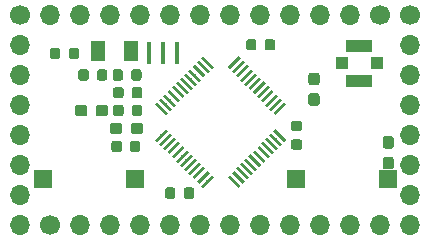
<source format=gts>
G04 #@! TF.GenerationSoftware,KiCad,Pcbnew,6.0.0-rc1-unknown-a6325aa~66~ubuntu18.04.1*
G04 #@! TF.CreationDate,2018-09-11T11:38:00+02:00*
G04 #@! TF.ProjectId,STM32_Sensor,53544D33325F53656E736F722E6B6963,rev?*
G04 #@! TF.SameCoordinates,Original*
G04 #@! TF.FileFunction,Soldermask,Top*
G04 #@! TF.FilePolarity,Negative*
%FSLAX46Y46*%
G04 Gerber Fmt 4.6, Leading zero omitted, Abs format (unit mm)*
G04 Created by KiCad (PCBNEW 6.0.0-rc1-unknown-a6325aa~66~ubuntu18.04.1) date Tue Sep 11 11:38:00 2018*
%MOMM*%
%LPD*%
G01*
G04 APERTURE LIST*
%ADD10R,1.500000X1.500000*%
%ADD11C,0.100000*%
%ADD12C,0.950000*%
%ADD13C,1.700000*%
%ADD14O,1.700000X1.700000*%
%ADD15R,0.400000X1.900000*%
%ADD16C,0.875000*%
%ADD17C,0.250000*%
%ADD18R,1.300000X1.800000*%
%ADD19R,2.200000X1.050000*%
%ADD20R,1.000000X1.000000*%
G04 APERTURE END LIST*
D10*
G04 #@! TO.C,SW2*
X159300000Y-105600000D03*
X151500000Y-105600000D03*
G04 #@! TD*
D11*
G04 #@! TO.C,R4*
G36*
X133625779Y-99306144D02*
X133648834Y-99309563D01*
X133671443Y-99315227D01*
X133693387Y-99323079D01*
X133714457Y-99333044D01*
X133734448Y-99345026D01*
X133753168Y-99358910D01*
X133770438Y-99374562D01*
X133786090Y-99391832D01*
X133799974Y-99410552D01*
X133811956Y-99430543D01*
X133821921Y-99451613D01*
X133829773Y-99473557D01*
X133835437Y-99496166D01*
X133838856Y-99519221D01*
X133840000Y-99542500D01*
X133840000Y-100017500D01*
X133838856Y-100040779D01*
X133835437Y-100063834D01*
X133829773Y-100086443D01*
X133821921Y-100108387D01*
X133811956Y-100129457D01*
X133799974Y-100149448D01*
X133786090Y-100168168D01*
X133770438Y-100185438D01*
X133753168Y-100201090D01*
X133734448Y-100214974D01*
X133714457Y-100226956D01*
X133693387Y-100236921D01*
X133671443Y-100244773D01*
X133648834Y-100250437D01*
X133625779Y-100253856D01*
X133602500Y-100255000D01*
X133027500Y-100255000D01*
X133004221Y-100253856D01*
X132981166Y-100250437D01*
X132958557Y-100244773D01*
X132936613Y-100236921D01*
X132915543Y-100226956D01*
X132895552Y-100214974D01*
X132876832Y-100201090D01*
X132859562Y-100185438D01*
X132843910Y-100168168D01*
X132830026Y-100149448D01*
X132818044Y-100129457D01*
X132808079Y-100108387D01*
X132800227Y-100086443D01*
X132794563Y-100063834D01*
X132791144Y-100040779D01*
X132790000Y-100017500D01*
X132790000Y-99542500D01*
X132791144Y-99519221D01*
X132794563Y-99496166D01*
X132800227Y-99473557D01*
X132808079Y-99451613D01*
X132818044Y-99430543D01*
X132830026Y-99410552D01*
X132843910Y-99391832D01*
X132859562Y-99374562D01*
X132876832Y-99358910D01*
X132895552Y-99345026D01*
X132915543Y-99333044D01*
X132936613Y-99323079D01*
X132958557Y-99315227D01*
X132981166Y-99309563D01*
X133004221Y-99306144D01*
X133027500Y-99305000D01*
X133602500Y-99305000D01*
X133625779Y-99306144D01*
X133625779Y-99306144D01*
G37*
D12*
X133315000Y-99780000D03*
D11*
G36*
X135375779Y-99306144D02*
X135398834Y-99309563D01*
X135421443Y-99315227D01*
X135443387Y-99323079D01*
X135464457Y-99333044D01*
X135484448Y-99345026D01*
X135503168Y-99358910D01*
X135520438Y-99374562D01*
X135536090Y-99391832D01*
X135549974Y-99410552D01*
X135561956Y-99430543D01*
X135571921Y-99451613D01*
X135579773Y-99473557D01*
X135585437Y-99496166D01*
X135588856Y-99519221D01*
X135590000Y-99542500D01*
X135590000Y-100017500D01*
X135588856Y-100040779D01*
X135585437Y-100063834D01*
X135579773Y-100086443D01*
X135571921Y-100108387D01*
X135561956Y-100129457D01*
X135549974Y-100149448D01*
X135536090Y-100168168D01*
X135520438Y-100185438D01*
X135503168Y-100201090D01*
X135484448Y-100214974D01*
X135464457Y-100226956D01*
X135443387Y-100236921D01*
X135421443Y-100244773D01*
X135398834Y-100250437D01*
X135375779Y-100253856D01*
X135352500Y-100255000D01*
X134777500Y-100255000D01*
X134754221Y-100253856D01*
X134731166Y-100250437D01*
X134708557Y-100244773D01*
X134686613Y-100236921D01*
X134665543Y-100226956D01*
X134645552Y-100214974D01*
X134626832Y-100201090D01*
X134609562Y-100185438D01*
X134593910Y-100168168D01*
X134580026Y-100149448D01*
X134568044Y-100129457D01*
X134558079Y-100108387D01*
X134550227Y-100086443D01*
X134544563Y-100063834D01*
X134541144Y-100040779D01*
X134540000Y-100017500D01*
X134540000Y-99542500D01*
X134541144Y-99519221D01*
X134544563Y-99496166D01*
X134550227Y-99473557D01*
X134558079Y-99451613D01*
X134568044Y-99430543D01*
X134580026Y-99410552D01*
X134593910Y-99391832D01*
X134609562Y-99374562D01*
X134626832Y-99358910D01*
X134645552Y-99345026D01*
X134665543Y-99333044D01*
X134686613Y-99323079D01*
X134708557Y-99315227D01*
X134731166Y-99309563D01*
X134754221Y-99306144D01*
X134777500Y-99305000D01*
X135352500Y-99305000D01*
X135375779Y-99306144D01*
X135375779Y-99306144D01*
G37*
D12*
X135065000Y-99780000D03*
G04 #@! TD*
D11*
G04 #@! TO.C,R1*
G36*
X136585779Y-100796144D02*
X136608834Y-100799563D01*
X136631443Y-100805227D01*
X136653387Y-100813079D01*
X136674457Y-100823044D01*
X136694448Y-100835026D01*
X136713168Y-100848910D01*
X136730438Y-100864562D01*
X136746090Y-100881832D01*
X136759974Y-100900552D01*
X136771956Y-100920543D01*
X136781921Y-100941613D01*
X136789773Y-100963557D01*
X136795437Y-100986166D01*
X136798856Y-101009221D01*
X136800000Y-101032500D01*
X136800000Y-101507500D01*
X136798856Y-101530779D01*
X136795437Y-101553834D01*
X136789773Y-101576443D01*
X136781921Y-101598387D01*
X136771956Y-101619457D01*
X136759974Y-101639448D01*
X136746090Y-101658168D01*
X136730438Y-101675438D01*
X136713168Y-101691090D01*
X136694448Y-101704974D01*
X136674457Y-101716956D01*
X136653387Y-101726921D01*
X136631443Y-101734773D01*
X136608834Y-101740437D01*
X136585779Y-101743856D01*
X136562500Y-101745000D01*
X135987500Y-101745000D01*
X135964221Y-101743856D01*
X135941166Y-101740437D01*
X135918557Y-101734773D01*
X135896613Y-101726921D01*
X135875543Y-101716956D01*
X135855552Y-101704974D01*
X135836832Y-101691090D01*
X135819562Y-101675438D01*
X135803910Y-101658168D01*
X135790026Y-101639448D01*
X135778044Y-101619457D01*
X135768079Y-101598387D01*
X135760227Y-101576443D01*
X135754563Y-101553834D01*
X135751144Y-101530779D01*
X135750000Y-101507500D01*
X135750000Y-101032500D01*
X135751144Y-101009221D01*
X135754563Y-100986166D01*
X135760227Y-100963557D01*
X135768079Y-100941613D01*
X135778044Y-100920543D01*
X135790026Y-100900552D01*
X135803910Y-100881832D01*
X135819562Y-100864562D01*
X135836832Y-100848910D01*
X135855552Y-100835026D01*
X135875543Y-100823044D01*
X135896613Y-100813079D01*
X135918557Y-100805227D01*
X135941166Y-100799563D01*
X135964221Y-100796144D01*
X135987500Y-100795000D01*
X136562500Y-100795000D01*
X136585779Y-100796144D01*
X136585779Y-100796144D01*
G37*
D12*
X136275000Y-101270000D03*
D11*
G36*
X138335779Y-100796144D02*
X138358834Y-100799563D01*
X138381443Y-100805227D01*
X138403387Y-100813079D01*
X138424457Y-100823044D01*
X138444448Y-100835026D01*
X138463168Y-100848910D01*
X138480438Y-100864562D01*
X138496090Y-100881832D01*
X138509974Y-100900552D01*
X138521956Y-100920543D01*
X138531921Y-100941613D01*
X138539773Y-100963557D01*
X138545437Y-100986166D01*
X138548856Y-101009221D01*
X138550000Y-101032500D01*
X138550000Y-101507500D01*
X138548856Y-101530779D01*
X138545437Y-101553834D01*
X138539773Y-101576443D01*
X138531921Y-101598387D01*
X138521956Y-101619457D01*
X138509974Y-101639448D01*
X138496090Y-101658168D01*
X138480438Y-101675438D01*
X138463168Y-101691090D01*
X138444448Y-101704974D01*
X138424457Y-101716956D01*
X138403387Y-101726921D01*
X138381443Y-101734773D01*
X138358834Y-101740437D01*
X138335779Y-101743856D01*
X138312500Y-101745000D01*
X137737500Y-101745000D01*
X137714221Y-101743856D01*
X137691166Y-101740437D01*
X137668557Y-101734773D01*
X137646613Y-101726921D01*
X137625543Y-101716956D01*
X137605552Y-101704974D01*
X137586832Y-101691090D01*
X137569562Y-101675438D01*
X137553910Y-101658168D01*
X137540026Y-101639448D01*
X137528044Y-101619457D01*
X137518079Y-101598387D01*
X137510227Y-101576443D01*
X137504563Y-101553834D01*
X137501144Y-101530779D01*
X137500000Y-101507500D01*
X137500000Y-101032500D01*
X137501144Y-101009221D01*
X137504563Y-100986166D01*
X137510227Y-100963557D01*
X137518079Y-100941613D01*
X137528044Y-100920543D01*
X137540026Y-100900552D01*
X137553910Y-100881832D01*
X137569562Y-100864562D01*
X137586832Y-100848910D01*
X137605552Y-100835026D01*
X137625543Y-100823044D01*
X137646613Y-100813079D01*
X137668557Y-100805227D01*
X137691166Y-100799563D01*
X137714221Y-100796144D01*
X137737500Y-100795000D01*
X138312500Y-100795000D01*
X138335779Y-100796144D01*
X138335779Y-100796144D01*
G37*
D12*
X138025000Y-101270000D03*
G04 #@! TD*
D13*
G04 #@! TO.C,J3*
X158640000Y-91690000D03*
D14*
X156100000Y-91690000D03*
X153560000Y-91690000D03*
X151020000Y-91690000D03*
X148480000Y-91690000D03*
X145940000Y-91690000D03*
X143400000Y-91690000D03*
X140860000Y-91690000D03*
X138320000Y-91690000D03*
X135780000Y-91690000D03*
X133240000Y-91690000D03*
X130700000Y-91690000D03*
G04 #@! TD*
D11*
G04 #@! TO.C,R2*
G36*
X159570779Y-103681144D02*
X159593834Y-103684563D01*
X159616443Y-103690227D01*
X159638387Y-103698079D01*
X159659457Y-103708044D01*
X159679448Y-103720026D01*
X159698168Y-103733910D01*
X159715438Y-103749562D01*
X159731090Y-103766832D01*
X159744974Y-103785552D01*
X159756956Y-103805543D01*
X159766921Y-103826613D01*
X159774773Y-103848557D01*
X159780437Y-103871166D01*
X159783856Y-103894221D01*
X159785000Y-103917500D01*
X159785000Y-104492500D01*
X159783856Y-104515779D01*
X159780437Y-104538834D01*
X159774773Y-104561443D01*
X159766921Y-104583387D01*
X159756956Y-104604457D01*
X159744974Y-104624448D01*
X159731090Y-104643168D01*
X159715438Y-104660438D01*
X159698168Y-104676090D01*
X159679448Y-104689974D01*
X159659457Y-104701956D01*
X159638387Y-104711921D01*
X159616443Y-104719773D01*
X159593834Y-104725437D01*
X159570779Y-104728856D01*
X159547500Y-104730000D01*
X159072500Y-104730000D01*
X159049221Y-104728856D01*
X159026166Y-104725437D01*
X159003557Y-104719773D01*
X158981613Y-104711921D01*
X158960543Y-104701956D01*
X158940552Y-104689974D01*
X158921832Y-104676090D01*
X158904562Y-104660438D01*
X158888910Y-104643168D01*
X158875026Y-104624448D01*
X158863044Y-104604457D01*
X158853079Y-104583387D01*
X158845227Y-104561443D01*
X158839563Y-104538834D01*
X158836144Y-104515779D01*
X158835000Y-104492500D01*
X158835000Y-103917500D01*
X158836144Y-103894221D01*
X158839563Y-103871166D01*
X158845227Y-103848557D01*
X158853079Y-103826613D01*
X158863044Y-103805543D01*
X158875026Y-103785552D01*
X158888910Y-103766832D01*
X158904562Y-103749562D01*
X158921832Y-103733910D01*
X158940552Y-103720026D01*
X158960543Y-103708044D01*
X158981613Y-103698079D01*
X159003557Y-103690227D01*
X159026166Y-103684563D01*
X159049221Y-103681144D01*
X159072500Y-103680000D01*
X159547500Y-103680000D01*
X159570779Y-103681144D01*
X159570779Y-103681144D01*
G37*
D12*
X159310000Y-104205000D03*
D11*
G36*
X159570779Y-101931144D02*
X159593834Y-101934563D01*
X159616443Y-101940227D01*
X159638387Y-101948079D01*
X159659457Y-101958044D01*
X159679448Y-101970026D01*
X159698168Y-101983910D01*
X159715438Y-101999562D01*
X159731090Y-102016832D01*
X159744974Y-102035552D01*
X159756956Y-102055543D01*
X159766921Y-102076613D01*
X159774773Y-102098557D01*
X159780437Y-102121166D01*
X159783856Y-102144221D01*
X159785000Y-102167500D01*
X159785000Y-102742500D01*
X159783856Y-102765779D01*
X159780437Y-102788834D01*
X159774773Y-102811443D01*
X159766921Y-102833387D01*
X159756956Y-102854457D01*
X159744974Y-102874448D01*
X159731090Y-102893168D01*
X159715438Y-102910438D01*
X159698168Y-102926090D01*
X159679448Y-102939974D01*
X159659457Y-102951956D01*
X159638387Y-102961921D01*
X159616443Y-102969773D01*
X159593834Y-102975437D01*
X159570779Y-102978856D01*
X159547500Y-102980000D01*
X159072500Y-102980000D01*
X159049221Y-102978856D01*
X159026166Y-102975437D01*
X159003557Y-102969773D01*
X158981613Y-102961921D01*
X158960543Y-102951956D01*
X158940552Y-102939974D01*
X158921832Y-102926090D01*
X158904562Y-102910438D01*
X158888910Y-102893168D01*
X158875026Y-102874448D01*
X158863044Y-102854457D01*
X158853079Y-102833387D01*
X158845227Y-102811443D01*
X158839563Y-102788834D01*
X158836144Y-102765779D01*
X158835000Y-102742500D01*
X158835000Y-102167500D01*
X158836144Y-102144221D01*
X158839563Y-102121166D01*
X158845227Y-102098557D01*
X158853079Y-102076613D01*
X158863044Y-102055543D01*
X158875026Y-102035552D01*
X158888910Y-102016832D01*
X158904562Y-101999562D01*
X158921832Y-101983910D01*
X158940552Y-101970026D01*
X158960543Y-101958044D01*
X158981613Y-101948079D01*
X159003557Y-101940227D01*
X159026166Y-101934563D01*
X159049221Y-101931144D01*
X159072500Y-101930000D01*
X159547500Y-101930000D01*
X159570779Y-101931144D01*
X159570779Y-101931144D01*
G37*
D12*
X159310000Y-102455000D03*
G04 #@! TD*
D15*
G04 #@! TO.C,Y2*
X141430000Y-94860000D03*
X140230000Y-94860000D03*
X139030000Y-94860000D03*
G04 #@! TD*
D14*
G04 #@! TO.C,J1*
X128160000Y-109470000D03*
X128160000Y-106930000D03*
X128160000Y-104390000D03*
X128160000Y-101850000D03*
X128160000Y-99310000D03*
X128160000Y-96770000D03*
X128160000Y-94230000D03*
D13*
X128160000Y-91690000D03*
G04 #@! TD*
D14*
G04 #@! TO.C,J4*
X161180000Y-109470000D03*
X161180000Y-106930000D03*
X161180000Y-104390000D03*
X161180000Y-101850000D03*
X161180000Y-99310000D03*
X161180000Y-96770000D03*
X161180000Y-94230000D03*
D13*
X161180000Y-91690000D03*
G04 #@! TD*
G04 #@! TO.C,J2*
X130700000Y-109470000D03*
D14*
X133240000Y-109470000D03*
X135780000Y-109470000D03*
X138320000Y-109470000D03*
X140860000Y-109470000D03*
X143400000Y-109470000D03*
X145940000Y-109470000D03*
X148480000Y-109470000D03*
X151020000Y-109470000D03*
X153560000Y-109470000D03*
X156100000Y-109470000D03*
X158640000Y-109470000D03*
G04 #@! TD*
D10*
G04 #@! TO.C,SW1*
X137840000Y-105600000D03*
X130040000Y-105600000D03*
G04 #@! TD*
D11*
G04 #@! TO.C,C1*
G36*
X136552691Y-102326053D02*
X136573926Y-102329203D01*
X136594750Y-102334419D01*
X136614962Y-102341651D01*
X136634368Y-102350830D01*
X136652781Y-102361866D01*
X136670024Y-102374654D01*
X136685930Y-102389070D01*
X136700346Y-102404976D01*
X136713134Y-102422219D01*
X136724170Y-102440632D01*
X136733349Y-102460038D01*
X136740581Y-102480250D01*
X136745797Y-102501074D01*
X136748947Y-102522309D01*
X136750000Y-102543750D01*
X136750000Y-103056250D01*
X136748947Y-103077691D01*
X136745797Y-103098926D01*
X136740581Y-103119750D01*
X136733349Y-103139962D01*
X136724170Y-103159368D01*
X136713134Y-103177781D01*
X136700346Y-103195024D01*
X136685930Y-103210930D01*
X136670024Y-103225346D01*
X136652781Y-103238134D01*
X136634368Y-103249170D01*
X136614962Y-103258349D01*
X136594750Y-103265581D01*
X136573926Y-103270797D01*
X136552691Y-103273947D01*
X136531250Y-103275000D01*
X136093750Y-103275000D01*
X136072309Y-103273947D01*
X136051074Y-103270797D01*
X136030250Y-103265581D01*
X136010038Y-103258349D01*
X135990632Y-103249170D01*
X135972219Y-103238134D01*
X135954976Y-103225346D01*
X135939070Y-103210930D01*
X135924654Y-103195024D01*
X135911866Y-103177781D01*
X135900830Y-103159368D01*
X135891651Y-103139962D01*
X135884419Y-103119750D01*
X135879203Y-103098926D01*
X135876053Y-103077691D01*
X135875000Y-103056250D01*
X135875000Y-102543750D01*
X135876053Y-102522309D01*
X135879203Y-102501074D01*
X135884419Y-102480250D01*
X135891651Y-102460038D01*
X135900830Y-102440632D01*
X135911866Y-102422219D01*
X135924654Y-102404976D01*
X135939070Y-102389070D01*
X135954976Y-102374654D01*
X135972219Y-102361866D01*
X135990632Y-102350830D01*
X136010038Y-102341651D01*
X136030250Y-102334419D01*
X136051074Y-102329203D01*
X136072309Y-102326053D01*
X136093750Y-102325000D01*
X136531250Y-102325000D01*
X136552691Y-102326053D01*
X136552691Y-102326053D01*
G37*
D16*
X136312500Y-102800000D03*
D11*
G36*
X138127691Y-102326053D02*
X138148926Y-102329203D01*
X138169750Y-102334419D01*
X138189962Y-102341651D01*
X138209368Y-102350830D01*
X138227781Y-102361866D01*
X138245024Y-102374654D01*
X138260930Y-102389070D01*
X138275346Y-102404976D01*
X138288134Y-102422219D01*
X138299170Y-102440632D01*
X138308349Y-102460038D01*
X138315581Y-102480250D01*
X138320797Y-102501074D01*
X138323947Y-102522309D01*
X138325000Y-102543750D01*
X138325000Y-103056250D01*
X138323947Y-103077691D01*
X138320797Y-103098926D01*
X138315581Y-103119750D01*
X138308349Y-103139962D01*
X138299170Y-103159368D01*
X138288134Y-103177781D01*
X138275346Y-103195024D01*
X138260930Y-103210930D01*
X138245024Y-103225346D01*
X138227781Y-103238134D01*
X138209368Y-103249170D01*
X138189962Y-103258349D01*
X138169750Y-103265581D01*
X138148926Y-103270797D01*
X138127691Y-103273947D01*
X138106250Y-103275000D01*
X137668750Y-103275000D01*
X137647309Y-103273947D01*
X137626074Y-103270797D01*
X137605250Y-103265581D01*
X137585038Y-103258349D01*
X137565632Y-103249170D01*
X137547219Y-103238134D01*
X137529976Y-103225346D01*
X137514070Y-103210930D01*
X137499654Y-103195024D01*
X137486866Y-103177781D01*
X137475830Y-103159368D01*
X137466651Y-103139962D01*
X137459419Y-103119750D01*
X137454203Y-103098926D01*
X137451053Y-103077691D01*
X137450000Y-103056250D01*
X137450000Y-102543750D01*
X137451053Y-102522309D01*
X137454203Y-102501074D01*
X137459419Y-102480250D01*
X137466651Y-102460038D01*
X137475830Y-102440632D01*
X137486866Y-102422219D01*
X137499654Y-102404976D01*
X137514070Y-102389070D01*
X137529976Y-102374654D01*
X137547219Y-102361866D01*
X137565632Y-102350830D01*
X137585038Y-102341651D01*
X137605250Y-102334419D01*
X137626074Y-102329203D01*
X137647309Y-102326053D01*
X137668750Y-102325000D01*
X138106250Y-102325000D01*
X138127691Y-102326053D01*
X138127691Y-102326053D01*
G37*
D16*
X137887500Y-102800000D03*
G04 #@! TD*
D11*
G04 #@! TO.C,C2*
G36*
X151827691Y-100626053D02*
X151848926Y-100629203D01*
X151869750Y-100634419D01*
X151889962Y-100641651D01*
X151909368Y-100650830D01*
X151927781Y-100661866D01*
X151945024Y-100674654D01*
X151960930Y-100689070D01*
X151975346Y-100704976D01*
X151988134Y-100722219D01*
X151999170Y-100740632D01*
X152008349Y-100760038D01*
X152015581Y-100780250D01*
X152020797Y-100801074D01*
X152023947Y-100822309D01*
X152025000Y-100843750D01*
X152025000Y-101281250D01*
X152023947Y-101302691D01*
X152020797Y-101323926D01*
X152015581Y-101344750D01*
X152008349Y-101364962D01*
X151999170Y-101384368D01*
X151988134Y-101402781D01*
X151975346Y-101420024D01*
X151960930Y-101435930D01*
X151945024Y-101450346D01*
X151927781Y-101463134D01*
X151909368Y-101474170D01*
X151889962Y-101483349D01*
X151869750Y-101490581D01*
X151848926Y-101495797D01*
X151827691Y-101498947D01*
X151806250Y-101500000D01*
X151293750Y-101500000D01*
X151272309Y-101498947D01*
X151251074Y-101495797D01*
X151230250Y-101490581D01*
X151210038Y-101483349D01*
X151190632Y-101474170D01*
X151172219Y-101463134D01*
X151154976Y-101450346D01*
X151139070Y-101435930D01*
X151124654Y-101420024D01*
X151111866Y-101402781D01*
X151100830Y-101384368D01*
X151091651Y-101364962D01*
X151084419Y-101344750D01*
X151079203Y-101323926D01*
X151076053Y-101302691D01*
X151075000Y-101281250D01*
X151075000Y-100843750D01*
X151076053Y-100822309D01*
X151079203Y-100801074D01*
X151084419Y-100780250D01*
X151091651Y-100760038D01*
X151100830Y-100740632D01*
X151111866Y-100722219D01*
X151124654Y-100704976D01*
X151139070Y-100689070D01*
X151154976Y-100674654D01*
X151172219Y-100661866D01*
X151190632Y-100650830D01*
X151210038Y-100641651D01*
X151230250Y-100634419D01*
X151251074Y-100629203D01*
X151272309Y-100626053D01*
X151293750Y-100625000D01*
X151806250Y-100625000D01*
X151827691Y-100626053D01*
X151827691Y-100626053D01*
G37*
D16*
X151550000Y-101062500D03*
D11*
G36*
X151827691Y-102201053D02*
X151848926Y-102204203D01*
X151869750Y-102209419D01*
X151889962Y-102216651D01*
X151909368Y-102225830D01*
X151927781Y-102236866D01*
X151945024Y-102249654D01*
X151960930Y-102264070D01*
X151975346Y-102279976D01*
X151988134Y-102297219D01*
X151999170Y-102315632D01*
X152008349Y-102335038D01*
X152015581Y-102355250D01*
X152020797Y-102376074D01*
X152023947Y-102397309D01*
X152025000Y-102418750D01*
X152025000Y-102856250D01*
X152023947Y-102877691D01*
X152020797Y-102898926D01*
X152015581Y-102919750D01*
X152008349Y-102939962D01*
X151999170Y-102959368D01*
X151988134Y-102977781D01*
X151975346Y-102995024D01*
X151960930Y-103010930D01*
X151945024Y-103025346D01*
X151927781Y-103038134D01*
X151909368Y-103049170D01*
X151889962Y-103058349D01*
X151869750Y-103065581D01*
X151848926Y-103070797D01*
X151827691Y-103073947D01*
X151806250Y-103075000D01*
X151293750Y-103075000D01*
X151272309Y-103073947D01*
X151251074Y-103070797D01*
X151230250Y-103065581D01*
X151210038Y-103058349D01*
X151190632Y-103049170D01*
X151172219Y-103038134D01*
X151154976Y-103025346D01*
X151139070Y-103010930D01*
X151124654Y-102995024D01*
X151111866Y-102977781D01*
X151100830Y-102959368D01*
X151091651Y-102939962D01*
X151084419Y-102919750D01*
X151079203Y-102898926D01*
X151076053Y-102877691D01*
X151075000Y-102856250D01*
X151075000Y-102418750D01*
X151076053Y-102397309D01*
X151079203Y-102376074D01*
X151084419Y-102355250D01*
X151091651Y-102335038D01*
X151100830Y-102315632D01*
X151111866Y-102297219D01*
X151124654Y-102279976D01*
X151139070Y-102264070D01*
X151154976Y-102249654D01*
X151172219Y-102236866D01*
X151190632Y-102225830D01*
X151210038Y-102216651D01*
X151230250Y-102209419D01*
X151251074Y-102204203D01*
X151272309Y-102201053D01*
X151293750Y-102200000D01*
X151806250Y-102200000D01*
X151827691Y-102201053D01*
X151827691Y-102201053D01*
G37*
D16*
X151550000Y-102637500D03*
G04 #@! TD*
D11*
G04 #@! TO.C,C3*
G36*
X147952691Y-93726053D02*
X147973926Y-93729203D01*
X147994750Y-93734419D01*
X148014962Y-93741651D01*
X148034368Y-93750830D01*
X148052781Y-93761866D01*
X148070024Y-93774654D01*
X148085930Y-93789070D01*
X148100346Y-93804976D01*
X148113134Y-93822219D01*
X148124170Y-93840632D01*
X148133349Y-93860038D01*
X148140581Y-93880250D01*
X148145797Y-93901074D01*
X148148947Y-93922309D01*
X148150000Y-93943750D01*
X148150000Y-94456250D01*
X148148947Y-94477691D01*
X148145797Y-94498926D01*
X148140581Y-94519750D01*
X148133349Y-94539962D01*
X148124170Y-94559368D01*
X148113134Y-94577781D01*
X148100346Y-94595024D01*
X148085930Y-94610930D01*
X148070024Y-94625346D01*
X148052781Y-94638134D01*
X148034368Y-94649170D01*
X148014962Y-94658349D01*
X147994750Y-94665581D01*
X147973926Y-94670797D01*
X147952691Y-94673947D01*
X147931250Y-94675000D01*
X147493750Y-94675000D01*
X147472309Y-94673947D01*
X147451074Y-94670797D01*
X147430250Y-94665581D01*
X147410038Y-94658349D01*
X147390632Y-94649170D01*
X147372219Y-94638134D01*
X147354976Y-94625346D01*
X147339070Y-94610930D01*
X147324654Y-94595024D01*
X147311866Y-94577781D01*
X147300830Y-94559368D01*
X147291651Y-94539962D01*
X147284419Y-94519750D01*
X147279203Y-94498926D01*
X147276053Y-94477691D01*
X147275000Y-94456250D01*
X147275000Y-93943750D01*
X147276053Y-93922309D01*
X147279203Y-93901074D01*
X147284419Y-93880250D01*
X147291651Y-93860038D01*
X147300830Y-93840632D01*
X147311866Y-93822219D01*
X147324654Y-93804976D01*
X147339070Y-93789070D01*
X147354976Y-93774654D01*
X147372219Y-93761866D01*
X147390632Y-93750830D01*
X147410038Y-93741651D01*
X147430250Y-93734419D01*
X147451074Y-93729203D01*
X147472309Y-93726053D01*
X147493750Y-93725000D01*
X147931250Y-93725000D01*
X147952691Y-93726053D01*
X147952691Y-93726053D01*
G37*
D16*
X147712500Y-94200000D03*
D11*
G36*
X149527691Y-93726053D02*
X149548926Y-93729203D01*
X149569750Y-93734419D01*
X149589962Y-93741651D01*
X149609368Y-93750830D01*
X149627781Y-93761866D01*
X149645024Y-93774654D01*
X149660930Y-93789070D01*
X149675346Y-93804976D01*
X149688134Y-93822219D01*
X149699170Y-93840632D01*
X149708349Y-93860038D01*
X149715581Y-93880250D01*
X149720797Y-93901074D01*
X149723947Y-93922309D01*
X149725000Y-93943750D01*
X149725000Y-94456250D01*
X149723947Y-94477691D01*
X149720797Y-94498926D01*
X149715581Y-94519750D01*
X149708349Y-94539962D01*
X149699170Y-94559368D01*
X149688134Y-94577781D01*
X149675346Y-94595024D01*
X149660930Y-94610930D01*
X149645024Y-94625346D01*
X149627781Y-94638134D01*
X149609368Y-94649170D01*
X149589962Y-94658349D01*
X149569750Y-94665581D01*
X149548926Y-94670797D01*
X149527691Y-94673947D01*
X149506250Y-94675000D01*
X149068750Y-94675000D01*
X149047309Y-94673947D01*
X149026074Y-94670797D01*
X149005250Y-94665581D01*
X148985038Y-94658349D01*
X148965632Y-94649170D01*
X148947219Y-94638134D01*
X148929976Y-94625346D01*
X148914070Y-94610930D01*
X148899654Y-94595024D01*
X148886866Y-94577781D01*
X148875830Y-94559368D01*
X148866651Y-94539962D01*
X148859419Y-94519750D01*
X148854203Y-94498926D01*
X148851053Y-94477691D01*
X148850000Y-94456250D01*
X148850000Y-93943750D01*
X148851053Y-93922309D01*
X148854203Y-93901074D01*
X148859419Y-93880250D01*
X148866651Y-93860038D01*
X148875830Y-93840632D01*
X148886866Y-93822219D01*
X148899654Y-93804976D01*
X148914070Y-93789070D01*
X148929976Y-93774654D01*
X148947219Y-93761866D01*
X148965632Y-93750830D01*
X148985038Y-93741651D01*
X149005250Y-93734419D01*
X149026074Y-93729203D01*
X149047309Y-93726053D01*
X149068750Y-93725000D01*
X149506250Y-93725000D01*
X149527691Y-93726053D01*
X149527691Y-93726053D01*
G37*
D16*
X149287500Y-94200000D03*
G04 #@! TD*
D11*
G04 #@! TO.C,C4*
G36*
X141102691Y-106276053D02*
X141123926Y-106279203D01*
X141144750Y-106284419D01*
X141164962Y-106291651D01*
X141184368Y-106300830D01*
X141202781Y-106311866D01*
X141220024Y-106324654D01*
X141235930Y-106339070D01*
X141250346Y-106354976D01*
X141263134Y-106372219D01*
X141274170Y-106390632D01*
X141283349Y-106410038D01*
X141290581Y-106430250D01*
X141295797Y-106451074D01*
X141298947Y-106472309D01*
X141300000Y-106493750D01*
X141300000Y-107006250D01*
X141298947Y-107027691D01*
X141295797Y-107048926D01*
X141290581Y-107069750D01*
X141283349Y-107089962D01*
X141274170Y-107109368D01*
X141263134Y-107127781D01*
X141250346Y-107145024D01*
X141235930Y-107160930D01*
X141220024Y-107175346D01*
X141202781Y-107188134D01*
X141184368Y-107199170D01*
X141164962Y-107208349D01*
X141144750Y-107215581D01*
X141123926Y-107220797D01*
X141102691Y-107223947D01*
X141081250Y-107225000D01*
X140643750Y-107225000D01*
X140622309Y-107223947D01*
X140601074Y-107220797D01*
X140580250Y-107215581D01*
X140560038Y-107208349D01*
X140540632Y-107199170D01*
X140522219Y-107188134D01*
X140504976Y-107175346D01*
X140489070Y-107160930D01*
X140474654Y-107145024D01*
X140461866Y-107127781D01*
X140450830Y-107109368D01*
X140441651Y-107089962D01*
X140434419Y-107069750D01*
X140429203Y-107048926D01*
X140426053Y-107027691D01*
X140425000Y-107006250D01*
X140425000Y-106493750D01*
X140426053Y-106472309D01*
X140429203Y-106451074D01*
X140434419Y-106430250D01*
X140441651Y-106410038D01*
X140450830Y-106390632D01*
X140461866Y-106372219D01*
X140474654Y-106354976D01*
X140489070Y-106339070D01*
X140504976Y-106324654D01*
X140522219Y-106311866D01*
X140540632Y-106300830D01*
X140560038Y-106291651D01*
X140580250Y-106284419D01*
X140601074Y-106279203D01*
X140622309Y-106276053D01*
X140643750Y-106275000D01*
X141081250Y-106275000D01*
X141102691Y-106276053D01*
X141102691Y-106276053D01*
G37*
D16*
X140862500Y-106750000D03*
D11*
G36*
X142677691Y-106276053D02*
X142698926Y-106279203D01*
X142719750Y-106284419D01*
X142739962Y-106291651D01*
X142759368Y-106300830D01*
X142777781Y-106311866D01*
X142795024Y-106324654D01*
X142810930Y-106339070D01*
X142825346Y-106354976D01*
X142838134Y-106372219D01*
X142849170Y-106390632D01*
X142858349Y-106410038D01*
X142865581Y-106430250D01*
X142870797Y-106451074D01*
X142873947Y-106472309D01*
X142875000Y-106493750D01*
X142875000Y-107006250D01*
X142873947Y-107027691D01*
X142870797Y-107048926D01*
X142865581Y-107069750D01*
X142858349Y-107089962D01*
X142849170Y-107109368D01*
X142838134Y-107127781D01*
X142825346Y-107145024D01*
X142810930Y-107160930D01*
X142795024Y-107175346D01*
X142777781Y-107188134D01*
X142759368Y-107199170D01*
X142739962Y-107208349D01*
X142719750Y-107215581D01*
X142698926Y-107220797D01*
X142677691Y-107223947D01*
X142656250Y-107225000D01*
X142218750Y-107225000D01*
X142197309Y-107223947D01*
X142176074Y-107220797D01*
X142155250Y-107215581D01*
X142135038Y-107208349D01*
X142115632Y-107199170D01*
X142097219Y-107188134D01*
X142079976Y-107175346D01*
X142064070Y-107160930D01*
X142049654Y-107145024D01*
X142036866Y-107127781D01*
X142025830Y-107109368D01*
X142016651Y-107089962D01*
X142009419Y-107069750D01*
X142004203Y-107048926D01*
X142001053Y-107027691D01*
X142000000Y-107006250D01*
X142000000Y-106493750D01*
X142001053Y-106472309D01*
X142004203Y-106451074D01*
X142009419Y-106430250D01*
X142016651Y-106410038D01*
X142025830Y-106390632D01*
X142036866Y-106372219D01*
X142049654Y-106354976D01*
X142064070Y-106339070D01*
X142079976Y-106324654D01*
X142097219Y-106311866D01*
X142115632Y-106300830D01*
X142135038Y-106291651D01*
X142155250Y-106284419D01*
X142176074Y-106279203D01*
X142197309Y-106276053D01*
X142218750Y-106275000D01*
X142656250Y-106275000D01*
X142677691Y-106276053D01*
X142677691Y-106276053D01*
G37*
D16*
X142437500Y-106750000D03*
G04 #@! TD*
D11*
G04 #@! TO.C,C5*
G36*
X138277691Y-99276053D02*
X138298926Y-99279203D01*
X138319750Y-99284419D01*
X138339962Y-99291651D01*
X138359368Y-99300830D01*
X138377781Y-99311866D01*
X138395024Y-99324654D01*
X138410930Y-99339070D01*
X138425346Y-99354976D01*
X138438134Y-99372219D01*
X138449170Y-99390632D01*
X138458349Y-99410038D01*
X138465581Y-99430250D01*
X138470797Y-99451074D01*
X138473947Y-99472309D01*
X138475000Y-99493750D01*
X138475000Y-100006250D01*
X138473947Y-100027691D01*
X138470797Y-100048926D01*
X138465581Y-100069750D01*
X138458349Y-100089962D01*
X138449170Y-100109368D01*
X138438134Y-100127781D01*
X138425346Y-100145024D01*
X138410930Y-100160930D01*
X138395024Y-100175346D01*
X138377781Y-100188134D01*
X138359368Y-100199170D01*
X138339962Y-100208349D01*
X138319750Y-100215581D01*
X138298926Y-100220797D01*
X138277691Y-100223947D01*
X138256250Y-100225000D01*
X137818750Y-100225000D01*
X137797309Y-100223947D01*
X137776074Y-100220797D01*
X137755250Y-100215581D01*
X137735038Y-100208349D01*
X137715632Y-100199170D01*
X137697219Y-100188134D01*
X137679976Y-100175346D01*
X137664070Y-100160930D01*
X137649654Y-100145024D01*
X137636866Y-100127781D01*
X137625830Y-100109368D01*
X137616651Y-100089962D01*
X137609419Y-100069750D01*
X137604203Y-100048926D01*
X137601053Y-100027691D01*
X137600000Y-100006250D01*
X137600000Y-99493750D01*
X137601053Y-99472309D01*
X137604203Y-99451074D01*
X137609419Y-99430250D01*
X137616651Y-99410038D01*
X137625830Y-99390632D01*
X137636866Y-99372219D01*
X137649654Y-99354976D01*
X137664070Y-99339070D01*
X137679976Y-99324654D01*
X137697219Y-99311866D01*
X137715632Y-99300830D01*
X137735038Y-99291651D01*
X137755250Y-99284419D01*
X137776074Y-99279203D01*
X137797309Y-99276053D01*
X137818750Y-99275000D01*
X138256250Y-99275000D01*
X138277691Y-99276053D01*
X138277691Y-99276053D01*
G37*
D16*
X138037500Y-99750000D03*
D11*
G36*
X136702691Y-99276053D02*
X136723926Y-99279203D01*
X136744750Y-99284419D01*
X136764962Y-99291651D01*
X136784368Y-99300830D01*
X136802781Y-99311866D01*
X136820024Y-99324654D01*
X136835930Y-99339070D01*
X136850346Y-99354976D01*
X136863134Y-99372219D01*
X136874170Y-99390632D01*
X136883349Y-99410038D01*
X136890581Y-99430250D01*
X136895797Y-99451074D01*
X136898947Y-99472309D01*
X136900000Y-99493750D01*
X136900000Y-100006250D01*
X136898947Y-100027691D01*
X136895797Y-100048926D01*
X136890581Y-100069750D01*
X136883349Y-100089962D01*
X136874170Y-100109368D01*
X136863134Y-100127781D01*
X136850346Y-100145024D01*
X136835930Y-100160930D01*
X136820024Y-100175346D01*
X136802781Y-100188134D01*
X136784368Y-100199170D01*
X136764962Y-100208349D01*
X136744750Y-100215581D01*
X136723926Y-100220797D01*
X136702691Y-100223947D01*
X136681250Y-100225000D01*
X136243750Y-100225000D01*
X136222309Y-100223947D01*
X136201074Y-100220797D01*
X136180250Y-100215581D01*
X136160038Y-100208349D01*
X136140632Y-100199170D01*
X136122219Y-100188134D01*
X136104976Y-100175346D01*
X136089070Y-100160930D01*
X136074654Y-100145024D01*
X136061866Y-100127781D01*
X136050830Y-100109368D01*
X136041651Y-100089962D01*
X136034419Y-100069750D01*
X136029203Y-100048926D01*
X136026053Y-100027691D01*
X136025000Y-100006250D01*
X136025000Y-99493750D01*
X136026053Y-99472309D01*
X136029203Y-99451074D01*
X136034419Y-99430250D01*
X136041651Y-99410038D01*
X136050830Y-99390632D01*
X136061866Y-99372219D01*
X136074654Y-99354976D01*
X136089070Y-99339070D01*
X136104976Y-99324654D01*
X136122219Y-99311866D01*
X136140632Y-99300830D01*
X136160038Y-99291651D01*
X136180250Y-99284419D01*
X136201074Y-99279203D01*
X136222309Y-99276053D01*
X136243750Y-99275000D01*
X136681250Y-99275000D01*
X136702691Y-99276053D01*
X136702691Y-99276053D01*
G37*
D16*
X136462500Y-99750000D03*
G04 #@! TD*
D11*
G04 #@! TO.C,C6*
G36*
X138277691Y-97776053D02*
X138298926Y-97779203D01*
X138319750Y-97784419D01*
X138339962Y-97791651D01*
X138359368Y-97800830D01*
X138377781Y-97811866D01*
X138395024Y-97824654D01*
X138410930Y-97839070D01*
X138425346Y-97854976D01*
X138438134Y-97872219D01*
X138449170Y-97890632D01*
X138458349Y-97910038D01*
X138465581Y-97930250D01*
X138470797Y-97951074D01*
X138473947Y-97972309D01*
X138475000Y-97993750D01*
X138475000Y-98506250D01*
X138473947Y-98527691D01*
X138470797Y-98548926D01*
X138465581Y-98569750D01*
X138458349Y-98589962D01*
X138449170Y-98609368D01*
X138438134Y-98627781D01*
X138425346Y-98645024D01*
X138410930Y-98660930D01*
X138395024Y-98675346D01*
X138377781Y-98688134D01*
X138359368Y-98699170D01*
X138339962Y-98708349D01*
X138319750Y-98715581D01*
X138298926Y-98720797D01*
X138277691Y-98723947D01*
X138256250Y-98725000D01*
X137818750Y-98725000D01*
X137797309Y-98723947D01*
X137776074Y-98720797D01*
X137755250Y-98715581D01*
X137735038Y-98708349D01*
X137715632Y-98699170D01*
X137697219Y-98688134D01*
X137679976Y-98675346D01*
X137664070Y-98660930D01*
X137649654Y-98645024D01*
X137636866Y-98627781D01*
X137625830Y-98609368D01*
X137616651Y-98589962D01*
X137609419Y-98569750D01*
X137604203Y-98548926D01*
X137601053Y-98527691D01*
X137600000Y-98506250D01*
X137600000Y-97993750D01*
X137601053Y-97972309D01*
X137604203Y-97951074D01*
X137609419Y-97930250D01*
X137616651Y-97910038D01*
X137625830Y-97890632D01*
X137636866Y-97872219D01*
X137649654Y-97854976D01*
X137664070Y-97839070D01*
X137679976Y-97824654D01*
X137697219Y-97811866D01*
X137715632Y-97800830D01*
X137735038Y-97791651D01*
X137755250Y-97784419D01*
X137776074Y-97779203D01*
X137797309Y-97776053D01*
X137818750Y-97775000D01*
X138256250Y-97775000D01*
X138277691Y-97776053D01*
X138277691Y-97776053D01*
G37*
D16*
X138037500Y-98250000D03*
D11*
G36*
X136702691Y-97776053D02*
X136723926Y-97779203D01*
X136744750Y-97784419D01*
X136764962Y-97791651D01*
X136784368Y-97800830D01*
X136802781Y-97811866D01*
X136820024Y-97824654D01*
X136835930Y-97839070D01*
X136850346Y-97854976D01*
X136863134Y-97872219D01*
X136874170Y-97890632D01*
X136883349Y-97910038D01*
X136890581Y-97930250D01*
X136895797Y-97951074D01*
X136898947Y-97972309D01*
X136900000Y-97993750D01*
X136900000Y-98506250D01*
X136898947Y-98527691D01*
X136895797Y-98548926D01*
X136890581Y-98569750D01*
X136883349Y-98589962D01*
X136874170Y-98609368D01*
X136863134Y-98627781D01*
X136850346Y-98645024D01*
X136835930Y-98660930D01*
X136820024Y-98675346D01*
X136802781Y-98688134D01*
X136784368Y-98699170D01*
X136764962Y-98708349D01*
X136744750Y-98715581D01*
X136723926Y-98720797D01*
X136702691Y-98723947D01*
X136681250Y-98725000D01*
X136243750Y-98725000D01*
X136222309Y-98723947D01*
X136201074Y-98720797D01*
X136180250Y-98715581D01*
X136160038Y-98708349D01*
X136140632Y-98699170D01*
X136122219Y-98688134D01*
X136104976Y-98675346D01*
X136089070Y-98660930D01*
X136074654Y-98645024D01*
X136061866Y-98627781D01*
X136050830Y-98609368D01*
X136041651Y-98589962D01*
X136034419Y-98569750D01*
X136029203Y-98548926D01*
X136026053Y-98527691D01*
X136025000Y-98506250D01*
X136025000Y-97993750D01*
X136026053Y-97972309D01*
X136029203Y-97951074D01*
X136034419Y-97930250D01*
X136041651Y-97910038D01*
X136050830Y-97890632D01*
X136061866Y-97872219D01*
X136074654Y-97854976D01*
X136089070Y-97839070D01*
X136104976Y-97824654D01*
X136122219Y-97811866D01*
X136140632Y-97800830D01*
X136160038Y-97791651D01*
X136180250Y-97784419D01*
X136201074Y-97779203D01*
X136222309Y-97776053D01*
X136243750Y-97775000D01*
X136681250Y-97775000D01*
X136702691Y-97776053D01*
X136702691Y-97776053D01*
G37*
D16*
X136462500Y-98250000D03*
G04 #@! TD*
D11*
G04 #@! TO.C,C7*
G36*
X132927691Y-94456053D02*
X132948926Y-94459203D01*
X132969750Y-94464419D01*
X132989962Y-94471651D01*
X133009368Y-94480830D01*
X133027781Y-94491866D01*
X133045024Y-94504654D01*
X133060930Y-94519070D01*
X133075346Y-94534976D01*
X133088134Y-94552219D01*
X133099170Y-94570632D01*
X133108349Y-94590038D01*
X133115581Y-94610250D01*
X133120797Y-94631074D01*
X133123947Y-94652309D01*
X133125000Y-94673750D01*
X133125000Y-95186250D01*
X133123947Y-95207691D01*
X133120797Y-95228926D01*
X133115581Y-95249750D01*
X133108349Y-95269962D01*
X133099170Y-95289368D01*
X133088134Y-95307781D01*
X133075346Y-95325024D01*
X133060930Y-95340930D01*
X133045024Y-95355346D01*
X133027781Y-95368134D01*
X133009368Y-95379170D01*
X132989962Y-95388349D01*
X132969750Y-95395581D01*
X132948926Y-95400797D01*
X132927691Y-95403947D01*
X132906250Y-95405000D01*
X132468750Y-95405000D01*
X132447309Y-95403947D01*
X132426074Y-95400797D01*
X132405250Y-95395581D01*
X132385038Y-95388349D01*
X132365632Y-95379170D01*
X132347219Y-95368134D01*
X132329976Y-95355346D01*
X132314070Y-95340930D01*
X132299654Y-95325024D01*
X132286866Y-95307781D01*
X132275830Y-95289368D01*
X132266651Y-95269962D01*
X132259419Y-95249750D01*
X132254203Y-95228926D01*
X132251053Y-95207691D01*
X132250000Y-95186250D01*
X132250000Y-94673750D01*
X132251053Y-94652309D01*
X132254203Y-94631074D01*
X132259419Y-94610250D01*
X132266651Y-94590038D01*
X132275830Y-94570632D01*
X132286866Y-94552219D01*
X132299654Y-94534976D01*
X132314070Y-94519070D01*
X132329976Y-94504654D01*
X132347219Y-94491866D01*
X132365632Y-94480830D01*
X132385038Y-94471651D01*
X132405250Y-94464419D01*
X132426074Y-94459203D01*
X132447309Y-94456053D01*
X132468750Y-94455000D01*
X132906250Y-94455000D01*
X132927691Y-94456053D01*
X132927691Y-94456053D01*
G37*
D16*
X132687500Y-94930000D03*
D11*
G36*
X131352691Y-94456053D02*
X131373926Y-94459203D01*
X131394750Y-94464419D01*
X131414962Y-94471651D01*
X131434368Y-94480830D01*
X131452781Y-94491866D01*
X131470024Y-94504654D01*
X131485930Y-94519070D01*
X131500346Y-94534976D01*
X131513134Y-94552219D01*
X131524170Y-94570632D01*
X131533349Y-94590038D01*
X131540581Y-94610250D01*
X131545797Y-94631074D01*
X131548947Y-94652309D01*
X131550000Y-94673750D01*
X131550000Y-95186250D01*
X131548947Y-95207691D01*
X131545797Y-95228926D01*
X131540581Y-95249750D01*
X131533349Y-95269962D01*
X131524170Y-95289368D01*
X131513134Y-95307781D01*
X131500346Y-95325024D01*
X131485930Y-95340930D01*
X131470024Y-95355346D01*
X131452781Y-95368134D01*
X131434368Y-95379170D01*
X131414962Y-95388349D01*
X131394750Y-95395581D01*
X131373926Y-95400797D01*
X131352691Y-95403947D01*
X131331250Y-95405000D01*
X130893750Y-95405000D01*
X130872309Y-95403947D01*
X130851074Y-95400797D01*
X130830250Y-95395581D01*
X130810038Y-95388349D01*
X130790632Y-95379170D01*
X130772219Y-95368134D01*
X130754976Y-95355346D01*
X130739070Y-95340930D01*
X130724654Y-95325024D01*
X130711866Y-95307781D01*
X130700830Y-95289368D01*
X130691651Y-95269962D01*
X130684419Y-95249750D01*
X130679203Y-95228926D01*
X130676053Y-95207691D01*
X130675000Y-95186250D01*
X130675000Y-94673750D01*
X130676053Y-94652309D01*
X130679203Y-94631074D01*
X130684419Y-94610250D01*
X130691651Y-94590038D01*
X130700830Y-94570632D01*
X130711866Y-94552219D01*
X130724654Y-94534976D01*
X130739070Y-94519070D01*
X130754976Y-94504654D01*
X130772219Y-94491866D01*
X130790632Y-94480830D01*
X130810038Y-94471651D01*
X130830250Y-94464419D01*
X130851074Y-94459203D01*
X130872309Y-94456053D01*
X130893750Y-94455000D01*
X131331250Y-94455000D01*
X131352691Y-94456053D01*
X131352691Y-94456053D01*
G37*
D16*
X131112500Y-94930000D03*
G04 #@! TD*
D11*
G04 #@! TO.C,C8*
G36*
X135327691Y-96276053D02*
X135348926Y-96279203D01*
X135369750Y-96284419D01*
X135389962Y-96291651D01*
X135409368Y-96300830D01*
X135427781Y-96311866D01*
X135445024Y-96324654D01*
X135460930Y-96339070D01*
X135475346Y-96354976D01*
X135488134Y-96372219D01*
X135499170Y-96390632D01*
X135508349Y-96410038D01*
X135515581Y-96430250D01*
X135520797Y-96451074D01*
X135523947Y-96472309D01*
X135525000Y-96493750D01*
X135525000Y-97006250D01*
X135523947Y-97027691D01*
X135520797Y-97048926D01*
X135515581Y-97069750D01*
X135508349Y-97089962D01*
X135499170Y-97109368D01*
X135488134Y-97127781D01*
X135475346Y-97145024D01*
X135460930Y-97160930D01*
X135445024Y-97175346D01*
X135427781Y-97188134D01*
X135409368Y-97199170D01*
X135389962Y-97208349D01*
X135369750Y-97215581D01*
X135348926Y-97220797D01*
X135327691Y-97223947D01*
X135306250Y-97225000D01*
X134868750Y-97225000D01*
X134847309Y-97223947D01*
X134826074Y-97220797D01*
X134805250Y-97215581D01*
X134785038Y-97208349D01*
X134765632Y-97199170D01*
X134747219Y-97188134D01*
X134729976Y-97175346D01*
X134714070Y-97160930D01*
X134699654Y-97145024D01*
X134686866Y-97127781D01*
X134675830Y-97109368D01*
X134666651Y-97089962D01*
X134659419Y-97069750D01*
X134654203Y-97048926D01*
X134651053Y-97027691D01*
X134650000Y-97006250D01*
X134650000Y-96493750D01*
X134651053Y-96472309D01*
X134654203Y-96451074D01*
X134659419Y-96430250D01*
X134666651Y-96410038D01*
X134675830Y-96390632D01*
X134686866Y-96372219D01*
X134699654Y-96354976D01*
X134714070Y-96339070D01*
X134729976Y-96324654D01*
X134747219Y-96311866D01*
X134765632Y-96300830D01*
X134785038Y-96291651D01*
X134805250Y-96284419D01*
X134826074Y-96279203D01*
X134847309Y-96276053D01*
X134868750Y-96275000D01*
X135306250Y-96275000D01*
X135327691Y-96276053D01*
X135327691Y-96276053D01*
G37*
D16*
X135087500Y-96750000D03*
D11*
G36*
X133752691Y-96276053D02*
X133773926Y-96279203D01*
X133794750Y-96284419D01*
X133814962Y-96291651D01*
X133834368Y-96300830D01*
X133852781Y-96311866D01*
X133870024Y-96324654D01*
X133885930Y-96339070D01*
X133900346Y-96354976D01*
X133913134Y-96372219D01*
X133924170Y-96390632D01*
X133933349Y-96410038D01*
X133940581Y-96430250D01*
X133945797Y-96451074D01*
X133948947Y-96472309D01*
X133950000Y-96493750D01*
X133950000Y-97006250D01*
X133948947Y-97027691D01*
X133945797Y-97048926D01*
X133940581Y-97069750D01*
X133933349Y-97089962D01*
X133924170Y-97109368D01*
X133913134Y-97127781D01*
X133900346Y-97145024D01*
X133885930Y-97160930D01*
X133870024Y-97175346D01*
X133852781Y-97188134D01*
X133834368Y-97199170D01*
X133814962Y-97208349D01*
X133794750Y-97215581D01*
X133773926Y-97220797D01*
X133752691Y-97223947D01*
X133731250Y-97225000D01*
X133293750Y-97225000D01*
X133272309Y-97223947D01*
X133251074Y-97220797D01*
X133230250Y-97215581D01*
X133210038Y-97208349D01*
X133190632Y-97199170D01*
X133172219Y-97188134D01*
X133154976Y-97175346D01*
X133139070Y-97160930D01*
X133124654Y-97145024D01*
X133111866Y-97127781D01*
X133100830Y-97109368D01*
X133091651Y-97089962D01*
X133084419Y-97069750D01*
X133079203Y-97048926D01*
X133076053Y-97027691D01*
X133075000Y-97006250D01*
X133075000Y-96493750D01*
X133076053Y-96472309D01*
X133079203Y-96451074D01*
X133084419Y-96430250D01*
X133091651Y-96410038D01*
X133100830Y-96390632D01*
X133111866Y-96372219D01*
X133124654Y-96354976D01*
X133139070Y-96339070D01*
X133154976Y-96324654D01*
X133172219Y-96311866D01*
X133190632Y-96300830D01*
X133210038Y-96291651D01*
X133230250Y-96284419D01*
X133251074Y-96279203D01*
X133272309Y-96276053D01*
X133293750Y-96275000D01*
X133731250Y-96275000D01*
X133752691Y-96276053D01*
X133752691Y-96276053D01*
G37*
D16*
X133512500Y-96750000D03*
G04 #@! TD*
D11*
G04 #@! TO.C,C9*
G36*
X136652691Y-96276053D02*
X136673926Y-96279203D01*
X136694750Y-96284419D01*
X136714962Y-96291651D01*
X136734368Y-96300830D01*
X136752781Y-96311866D01*
X136770024Y-96324654D01*
X136785930Y-96339070D01*
X136800346Y-96354976D01*
X136813134Y-96372219D01*
X136824170Y-96390632D01*
X136833349Y-96410038D01*
X136840581Y-96430250D01*
X136845797Y-96451074D01*
X136848947Y-96472309D01*
X136850000Y-96493750D01*
X136850000Y-97006250D01*
X136848947Y-97027691D01*
X136845797Y-97048926D01*
X136840581Y-97069750D01*
X136833349Y-97089962D01*
X136824170Y-97109368D01*
X136813134Y-97127781D01*
X136800346Y-97145024D01*
X136785930Y-97160930D01*
X136770024Y-97175346D01*
X136752781Y-97188134D01*
X136734368Y-97199170D01*
X136714962Y-97208349D01*
X136694750Y-97215581D01*
X136673926Y-97220797D01*
X136652691Y-97223947D01*
X136631250Y-97225000D01*
X136193750Y-97225000D01*
X136172309Y-97223947D01*
X136151074Y-97220797D01*
X136130250Y-97215581D01*
X136110038Y-97208349D01*
X136090632Y-97199170D01*
X136072219Y-97188134D01*
X136054976Y-97175346D01*
X136039070Y-97160930D01*
X136024654Y-97145024D01*
X136011866Y-97127781D01*
X136000830Y-97109368D01*
X135991651Y-97089962D01*
X135984419Y-97069750D01*
X135979203Y-97048926D01*
X135976053Y-97027691D01*
X135975000Y-97006250D01*
X135975000Y-96493750D01*
X135976053Y-96472309D01*
X135979203Y-96451074D01*
X135984419Y-96430250D01*
X135991651Y-96410038D01*
X136000830Y-96390632D01*
X136011866Y-96372219D01*
X136024654Y-96354976D01*
X136039070Y-96339070D01*
X136054976Y-96324654D01*
X136072219Y-96311866D01*
X136090632Y-96300830D01*
X136110038Y-96291651D01*
X136130250Y-96284419D01*
X136151074Y-96279203D01*
X136172309Y-96276053D01*
X136193750Y-96275000D01*
X136631250Y-96275000D01*
X136652691Y-96276053D01*
X136652691Y-96276053D01*
G37*
D16*
X136412500Y-96750000D03*
D11*
G36*
X138227691Y-96276053D02*
X138248926Y-96279203D01*
X138269750Y-96284419D01*
X138289962Y-96291651D01*
X138309368Y-96300830D01*
X138327781Y-96311866D01*
X138345024Y-96324654D01*
X138360930Y-96339070D01*
X138375346Y-96354976D01*
X138388134Y-96372219D01*
X138399170Y-96390632D01*
X138408349Y-96410038D01*
X138415581Y-96430250D01*
X138420797Y-96451074D01*
X138423947Y-96472309D01*
X138425000Y-96493750D01*
X138425000Y-97006250D01*
X138423947Y-97027691D01*
X138420797Y-97048926D01*
X138415581Y-97069750D01*
X138408349Y-97089962D01*
X138399170Y-97109368D01*
X138388134Y-97127781D01*
X138375346Y-97145024D01*
X138360930Y-97160930D01*
X138345024Y-97175346D01*
X138327781Y-97188134D01*
X138309368Y-97199170D01*
X138289962Y-97208349D01*
X138269750Y-97215581D01*
X138248926Y-97220797D01*
X138227691Y-97223947D01*
X138206250Y-97225000D01*
X137768750Y-97225000D01*
X137747309Y-97223947D01*
X137726074Y-97220797D01*
X137705250Y-97215581D01*
X137685038Y-97208349D01*
X137665632Y-97199170D01*
X137647219Y-97188134D01*
X137629976Y-97175346D01*
X137614070Y-97160930D01*
X137599654Y-97145024D01*
X137586866Y-97127781D01*
X137575830Y-97109368D01*
X137566651Y-97089962D01*
X137559419Y-97069750D01*
X137554203Y-97048926D01*
X137551053Y-97027691D01*
X137550000Y-97006250D01*
X137550000Y-96493750D01*
X137551053Y-96472309D01*
X137554203Y-96451074D01*
X137559419Y-96430250D01*
X137566651Y-96410038D01*
X137575830Y-96390632D01*
X137586866Y-96372219D01*
X137599654Y-96354976D01*
X137614070Y-96339070D01*
X137629976Y-96324654D01*
X137647219Y-96311866D01*
X137665632Y-96300830D01*
X137685038Y-96291651D01*
X137705250Y-96284419D01*
X137726074Y-96279203D01*
X137747309Y-96276053D01*
X137768750Y-96275000D01*
X138206250Y-96275000D01*
X138227691Y-96276053D01*
X138227691Y-96276053D01*
G37*
D16*
X137987500Y-96750000D03*
G04 #@! TD*
D11*
G04 #@! TO.C,R3*
G36*
X153285779Y-98301144D02*
X153308834Y-98304563D01*
X153331443Y-98310227D01*
X153353387Y-98318079D01*
X153374457Y-98328044D01*
X153394448Y-98340026D01*
X153413168Y-98353910D01*
X153430438Y-98369562D01*
X153446090Y-98386832D01*
X153459974Y-98405552D01*
X153471956Y-98425543D01*
X153481921Y-98446613D01*
X153489773Y-98468557D01*
X153495437Y-98491166D01*
X153498856Y-98514221D01*
X153500000Y-98537500D01*
X153500000Y-99112500D01*
X153498856Y-99135779D01*
X153495437Y-99158834D01*
X153489773Y-99181443D01*
X153481921Y-99203387D01*
X153471956Y-99224457D01*
X153459974Y-99244448D01*
X153446090Y-99263168D01*
X153430438Y-99280438D01*
X153413168Y-99296090D01*
X153394448Y-99309974D01*
X153374457Y-99321956D01*
X153353387Y-99331921D01*
X153331443Y-99339773D01*
X153308834Y-99345437D01*
X153285779Y-99348856D01*
X153262500Y-99350000D01*
X152787500Y-99350000D01*
X152764221Y-99348856D01*
X152741166Y-99345437D01*
X152718557Y-99339773D01*
X152696613Y-99331921D01*
X152675543Y-99321956D01*
X152655552Y-99309974D01*
X152636832Y-99296090D01*
X152619562Y-99280438D01*
X152603910Y-99263168D01*
X152590026Y-99244448D01*
X152578044Y-99224457D01*
X152568079Y-99203387D01*
X152560227Y-99181443D01*
X152554563Y-99158834D01*
X152551144Y-99135779D01*
X152550000Y-99112500D01*
X152550000Y-98537500D01*
X152551144Y-98514221D01*
X152554563Y-98491166D01*
X152560227Y-98468557D01*
X152568079Y-98446613D01*
X152578044Y-98425543D01*
X152590026Y-98405552D01*
X152603910Y-98386832D01*
X152619562Y-98369562D01*
X152636832Y-98353910D01*
X152655552Y-98340026D01*
X152675543Y-98328044D01*
X152696613Y-98318079D01*
X152718557Y-98310227D01*
X152741166Y-98304563D01*
X152764221Y-98301144D01*
X152787500Y-98300000D01*
X153262500Y-98300000D01*
X153285779Y-98301144D01*
X153285779Y-98301144D01*
G37*
D12*
X153025000Y-98825000D03*
D11*
G36*
X153285779Y-96551144D02*
X153308834Y-96554563D01*
X153331443Y-96560227D01*
X153353387Y-96568079D01*
X153374457Y-96578044D01*
X153394448Y-96590026D01*
X153413168Y-96603910D01*
X153430438Y-96619562D01*
X153446090Y-96636832D01*
X153459974Y-96655552D01*
X153471956Y-96675543D01*
X153481921Y-96696613D01*
X153489773Y-96718557D01*
X153495437Y-96741166D01*
X153498856Y-96764221D01*
X153500000Y-96787500D01*
X153500000Y-97362500D01*
X153498856Y-97385779D01*
X153495437Y-97408834D01*
X153489773Y-97431443D01*
X153481921Y-97453387D01*
X153471956Y-97474457D01*
X153459974Y-97494448D01*
X153446090Y-97513168D01*
X153430438Y-97530438D01*
X153413168Y-97546090D01*
X153394448Y-97559974D01*
X153374457Y-97571956D01*
X153353387Y-97581921D01*
X153331443Y-97589773D01*
X153308834Y-97595437D01*
X153285779Y-97598856D01*
X153262500Y-97600000D01*
X152787500Y-97600000D01*
X152764221Y-97598856D01*
X152741166Y-97595437D01*
X152718557Y-97589773D01*
X152696613Y-97581921D01*
X152675543Y-97571956D01*
X152655552Y-97559974D01*
X152636832Y-97546090D01*
X152619562Y-97530438D01*
X152603910Y-97513168D01*
X152590026Y-97494448D01*
X152578044Y-97474457D01*
X152568079Y-97453387D01*
X152560227Y-97431443D01*
X152554563Y-97408834D01*
X152551144Y-97385779D01*
X152550000Y-97362500D01*
X152550000Y-96787500D01*
X152551144Y-96764221D01*
X152554563Y-96741166D01*
X152560227Y-96718557D01*
X152568079Y-96696613D01*
X152578044Y-96675543D01*
X152590026Y-96655552D01*
X152603910Y-96636832D01*
X152619562Y-96619562D01*
X152636832Y-96603910D01*
X152655552Y-96590026D01*
X152675543Y-96578044D01*
X152696613Y-96568079D01*
X152718557Y-96560227D01*
X152741166Y-96554563D01*
X152764221Y-96551144D01*
X152787500Y-96550000D01*
X153262500Y-96550000D01*
X153285779Y-96551144D01*
X153285779Y-96551144D01*
G37*
D12*
X153025000Y-97075000D03*
G04 #@! TD*
D17*
G04 #@! TO.C,U1*
X143993629Y-95704542D03*
D11*
G36*
X143445621Y-95333311D02*
X143622398Y-95156534D01*
X144541637Y-96075773D01*
X144364860Y-96252550D01*
X143445621Y-95333311D01*
X143445621Y-95333311D01*
G37*
D17*
X143640076Y-96058095D03*
D11*
G36*
X143092068Y-95686864D02*
X143268845Y-95510087D01*
X144188084Y-96429326D01*
X144011307Y-96606103D01*
X143092068Y-95686864D01*
X143092068Y-95686864D01*
G37*
D17*
X143286522Y-96411649D03*
D11*
G36*
X142738514Y-96040418D02*
X142915291Y-95863641D01*
X143834530Y-96782880D01*
X143657753Y-96959657D01*
X142738514Y-96040418D01*
X142738514Y-96040418D01*
G37*
D17*
X142932969Y-96765202D03*
D11*
G36*
X142384961Y-96393971D02*
X142561738Y-96217194D01*
X143480977Y-97136433D01*
X143304200Y-97313210D01*
X142384961Y-96393971D01*
X142384961Y-96393971D01*
G37*
D17*
X142579416Y-97118755D03*
D11*
G36*
X142031408Y-96747524D02*
X142208185Y-96570747D01*
X143127424Y-97489986D01*
X142950647Y-97666763D01*
X142031408Y-96747524D01*
X142031408Y-96747524D01*
G37*
D17*
X142225862Y-97472309D03*
D11*
G36*
X141677854Y-97101078D02*
X141854631Y-96924301D01*
X142773870Y-97843540D01*
X142597093Y-98020317D01*
X141677854Y-97101078D01*
X141677854Y-97101078D01*
G37*
D17*
X141872309Y-97825862D03*
D11*
G36*
X141324301Y-97454631D02*
X141501078Y-97277854D01*
X142420317Y-98197093D01*
X142243540Y-98373870D01*
X141324301Y-97454631D01*
X141324301Y-97454631D01*
G37*
D17*
X141518755Y-98179416D03*
D11*
G36*
X140970747Y-97808185D02*
X141147524Y-97631408D01*
X142066763Y-98550647D01*
X141889986Y-98727424D01*
X140970747Y-97808185D01*
X140970747Y-97808185D01*
G37*
D17*
X141165202Y-98532969D03*
D11*
G36*
X140617194Y-98161738D02*
X140793971Y-97984961D01*
X141713210Y-98904200D01*
X141536433Y-99080977D01*
X140617194Y-98161738D01*
X140617194Y-98161738D01*
G37*
D17*
X140811649Y-98886522D03*
D11*
G36*
X140263641Y-98515291D02*
X140440418Y-98338514D01*
X141359657Y-99257753D01*
X141182880Y-99434530D01*
X140263641Y-98515291D01*
X140263641Y-98515291D01*
G37*
D17*
X140458095Y-99240076D03*
D11*
G36*
X139910087Y-98868845D02*
X140086864Y-98692068D01*
X141006103Y-99611307D01*
X140829326Y-99788084D01*
X139910087Y-98868845D01*
X139910087Y-98868845D01*
G37*
D17*
X140104542Y-99593629D03*
D11*
G36*
X139556534Y-99222398D02*
X139733311Y-99045621D01*
X140652550Y-99964860D01*
X140475773Y-100141637D01*
X139556534Y-99222398D01*
X139556534Y-99222398D01*
G37*
D17*
X140104542Y-101856371D03*
D11*
G36*
X139733311Y-102404379D02*
X139556534Y-102227602D01*
X140475773Y-101308363D01*
X140652550Y-101485140D01*
X139733311Y-102404379D01*
X139733311Y-102404379D01*
G37*
D17*
X140458095Y-102209924D03*
D11*
G36*
X140086864Y-102757932D02*
X139910087Y-102581155D01*
X140829326Y-101661916D01*
X141006103Y-101838693D01*
X140086864Y-102757932D01*
X140086864Y-102757932D01*
G37*
D17*
X140811649Y-102563478D03*
D11*
G36*
X140440418Y-103111486D02*
X140263641Y-102934709D01*
X141182880Y-102015470D01*
X141359657Y-102192247D01*
X140440418Y-103111486D01*
X140440418Y-103111486D01*
G37*
D17*
X141165202Y-102917031D03*
D11*
G36*
X140793971Y-103465039D02*
X140617194Y-103288262D01*
X141536433Y-102369023D01*
X141713210Y-102545800D01*
X140793971Y-103465039D01*
X140793971Y-103465039D01*
G37*
D17*
X141518755Y-103270584D03*
D11*
G36*
X141147524Y-103818592D02*
X140970747Y-103641815D01*
X141889986Y-102722576D01*
X142066763Y-102899353D01*
X141147524Y-103818592D01*
X141147524Y-103818592D01*
G37*
D17*
X141872309Y-103624138D03*
D11*
G36*
X141501078Y-104172146D02*
X141324301Y-103995369D01*
X142243540Y-103076130D01*
X142420317Y-103252907D01*
X141501078Y-104172146D01*
X141501078Y-104172146D01*
G37*
D17*
X142225862Y-103977691D03*
D11*
G36*
X141854631Y-104525699D02*
X141677854Y-104348922D01*
X142597093Y-103429683D01*
X142773870Y-103606460D01*
X141854631Y-104525699D01*
X141854631Y-104525699D01*
G37*
D17*
X142579416Y-104331245D03*
D11*
G36*
X142208185Y-104879253D02*
X142031408Y-104702476D01*
X142950647Y-103783237D01*
X143127424Y-103960014D01*
X142208185Y-104879253D01*
X142208185Y-104879253D01*
G37*
D17*
X142932969Y-104684798D03*
D11*
G36*
X142561738Y-105232806D02*
X142384961Y-105056029D01*
X143304200Y-104136790D01*
X143480977Y-104313567D01*
X142561738Y-105232806D01*
X142561738Y-105232806D01*
G37*
D17*
X143286522Y-105038351D03*
D11*
G36*
X142915291Y-105586359D02*
X142738514Y-105409582D01*
X143657753Y-104490343D01*
X143834530Y-104667120D01*
X142915291Y-105586359D01*
X142915291Y-105586359D01*
G37*
D17*
X143640076Y-105391905D03*
D11*
G36*
X143268845Y-105939913D02*
X143092068Y-105763136D01*
X144011307Y-104843897D01*
X144188084Y-105020674D01*
X143268845Y-105939913D01*
X143268845Y-105939913D01*
G37*
D17*
X143993629Y-105745458D03*
D11*
G36*
X143622398Y-106293466D02*
X143445621Y-106116689D01*
X144364860Y-105197450D01*
X144541637Y-105374227D01*
X143622398Y-106293466D01*
X143622398Y-106293466D01*
G37*
D17*
X146256371Y-105745458D03*
D11*
G36*
X145708363Y-105374227D02*
X145885140Y-105197450D01*
X146804379Y-106116689D01*
X146627602Y-106293466D01*
X145708363Y-105374227D01*
X145708363Y-105374227D01*
G37*
D17*
X146609924Y-105391905D03*
D11*
G36*
X146061916Y-105020674D02*
X146238693Y-104843897D01*
X147157932Y-105763136D01*
X146981155Y-105939913D01*
X146061916Y-105020674D01*
X146061916Y-105020674D01*
G37*
D17*
X146963478Y-105038351D03*
D11*
G36*
X146415470Y-104667120D02*
X146592247Y-104490343D01*
X147511486Y-105409582D01*
X147334709Y-105586359D01*
X146415470Y-104667120D01*
X146415470Y-104667120D01*
G37*
D17*
X147317031Y-104684798D03*
D11*
G36*
X146769023Y-104313567D02*
X146945800Y-104136790D01*
X147865039Y-105056029D01*
X147688262Y-105232806D01*
X146769023Y-104313567D01*
X146769023Y-104313567D01*
G37*
D17*
X147670584Y-104331245D03*
D11*
G36*
X147122576Y-103960014D02*
X147299353Y-103783237D01*
X148218592Y-104702476D01*
X148041815Y-104879253D01*
X147122576Y-103960014D01*
X147122576Y-103960014D01*
G37*
D17*
X148024138Y-103977691D03*
D11*
G36*
X147476130Y-103606460D02*
X147652907Y-103429683D01*
X148572146Y-104348922D01*
X148395369Y-104525699D01*
X147476130Y-103606460D01*
X147476130Y-103606460D01*
G37*
D17*
X148377691Y-103624138D03*
D11*
G36*
X147829683Y-103252907D02*
X148006460Y-103076130D01*
X148925699Y-103995369D01*
X148748922Y-104172146D01*
X147829683Y-103252907D01*
X147829683Y-103252907D01*
G37*
D17*
X148731245Y-103270584D03*
D11*
G36*
X148183237Y-102899353D02*
X148360014Y-102722576D01*
X149279253Y-103641815D01*
X149102476Y-103818592D01*
X148183237Y-102899353D01*
X148183237Y-102899353D01*
G37*
D17*
X149084798Y-102917031D03*
D11*
G36*
X148536790Y-102545800D02*
X148713567Y-102369023D01*
X149632806Y-103288262D01*
X149456029Y-103465039D01*
X148536790Y-102545800D01*
X148536790Y-102545800D01*
G37*
D17*
X149438351Y-102563478D03*
D11*
G36*
X148890343Y-102192247D02*
X149067120Y-102015470D01*
X149986359Y-102934709D01*
X149809582Y-103111486D01*
X148890343Y-102192247D01*
X148890343Y-102192247D01*
G37*
D17*
X149791905Y-102209924D03*
D11*
G36*
X149243897Y-101838693D02*
X149420674Y-101661916D01*
X150339913Y-102581155D01*
X150163136Y-102757932D01*
X149243897Y-101838693D01*
X149243897Y-101838693D01*
G37*
D17*
X150145458Y-101856371D03*
D11*
G36*
X149597450Y-101485140D02*
X149774227Y-101308363D01*
X150693466Y-102227602D01*
X150516689Y-102404379D01*
X149597450Y-101485140D01*
X149597450Y-101485140D01*
G37*
D17*
X150145458Y-99593629D03*
D11*
G36*
X149774227Y-100141637D02*
X149597450Y-99964860D01*
X150516689Y-99045621D01*
X150693466Y-99222398D01*
X149774227Y-100141637D01*
X149774227Y-100141637D01*
G37*
D17*
X149791905Y-99240076D03*
D11*
G36*
X149420674Y-99788084D02*
X149243897Y-99611307D01*
X150163136Y-98692068D01*
X150339913Y-98868845D01*
X149420674Y-99788084D01*
X149420674Y-99788084D01*
G37*
D17*
X149438351Y-98886522D03*
D11*
G36*
X149067120Y-99434530D02*
X148890343Y-99257753D01*
X149809582Y-98338514D01*
X149986359Y-98515291D01*
X149067120Y-99434530D01*
X149067120Y-99434530D01*
G37*
D17*
X149084798Y-98532969D03*
D11*
G36*
X148713567Y-99080977D02*
X148536790Y-98904200D01*
X149456029Y-97984961D01*
X149632806Y-98161738D01*
X148713567Y-99080977D01*
X148713567Y-99080977D01*
G37*
D17*
X148731245Y-98179416D03*
D11*
G36*
X148360014Y-98727424D02*
X148183237Y-98550647D01*
X149102476Y-97631408D01*
X149279253Y-97808185D01*
X148360014Y-98727424D01*
X148360014Y-98727424D01*
G37*
D17*
X148377691Y-97825862D03*
D11*
G36*
X148006460Y-98373870D02*
X147829683Y-98197093D01*
X148748922Y-97277854D01*
X148925699Y-97454631D01*
X148006460Y-98373870D01*
X148006460Y-98373870D01*
G37*
D17*
X148024138Y-97472309D03*
D11*
G36*
X147652907Y-98020317D02*
X147476130Y-97843540D01*
X148395369Y-96924301D01*
X148572146Y-97101078D01*
X147652907Y-98020317D01*
X147652907Y-98020317D01*
G37*
D17*
X147670584Y-97118755D03*
D11*
G36*
X147299353Y-97666763D02*
X147122576Y-97489986D01*
X148041815Y-96570747D01*
X148218592Y-96747524D01*
X147299353Y-97666763D01*
X147299353Y-97666763D01*
G37*
D17*
X147317031Y-96765202D03*
D11*
G36*
X146945800Y-97313210D02*
X146769023Y-97136433D01*
X147688262Y-96217194D01*
X147865039Y-96393971D01*
X146945800Y-97313210D01*
X146945800Y-97313210D01*
G37*
D17*
X146963478Y-96411649D03*
D11*
G36*
X146592247Y-96959657D02*
X146415470Y-96782880D01*
X147334709Y-95863641D01*
X147511486Y-96040418D01*
X146592247Y-96959657D01*
X146592247Y-96959657D01*
G37*
D17*
X146609924Y-96058095D03*
D11*
G36*
X146238693Y-96606103D02*
X146061916Y-96429326D01*
X146981155Y-95510087D01*
X147157932Y-95686864D01*
X146238693Y-96606103D01*
X146238693Y-96606103D01*
G37*
D17*
X146256371Y-95704542D03*
D11*
G36*
X145885140Y-96252550D02*
X145708363Y-96075773D01*
X146627602Y-95156534D01*
X146804379Y-95333311D01*
X145885140Y-96252550D01*
X145885140Y-96252550D01*
G37*
G04 #@! TD*
D18*
G04 #@! TO.C,Y1*
X137550000Y-94750000D03*
X134750000Y-94750000D03*
G04 #@! TD*
D19*
G04 #@! TO.C,J5*
X156860000Y-97245000D03*
X156860000Y-94295000D03*
D20*
X155360000Y-95770000D03*
X158360000Y-95770000D03*
G04 #@! TD*
M02*

</source>
